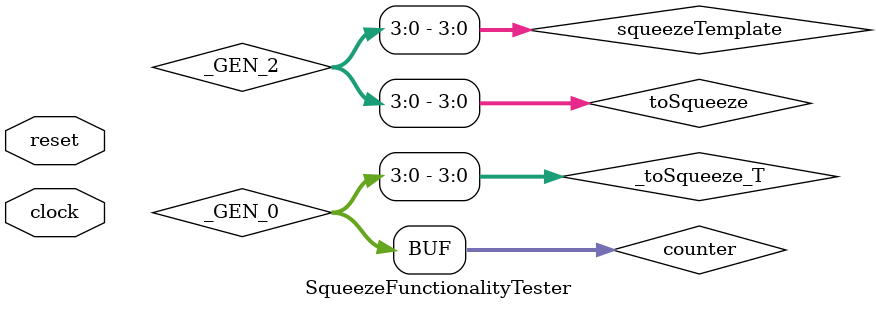
<source format=v>
module SqueezeFunctionalityTester(
  input   clock,
  input   reset
);
`ifdef RANDOMIZE_REG_INIT
  reg [31:0] _RAND_0;
`endif // RANDOMIZE_REG_INIT
  reg [9:0] counter; // @[IntervalSpec.scala 230:24]
  wire [9:0] _counter_T_1 = counter + 10'h1; // @[IntervalSpec.scala 231:22]
  wire  _T = counter > 10'ha; // @[IntervalSpec.scala 232:16]
  wire  _T_2 = ~reset; // @[IntervalSpec.scala 233:9]
  wire [9:0] _GEN_0 = counter; // @[IntervalSpec.scala 243:{37,37}]
  wire [3:0] _toSqueeze_T = _GEN_0[3:0]; // @[IntervalSpec.scala 243:{37,37}]
  wire [4:0] _GEN_2 = $signed(_toSqueeze_T) - 4'sh6; // @[IntervalSpec.scala 243:{45,45}]
  wire [3:0] toSqueeze = _GEN_2[3:0]; // @[IntervalSpec.scala 243:{45,45}]
  wire [3:0] squeezeTemplate = _GEN_2[3:0]; // @[IntervalSpec.scala 245:{39,39}]
  always @(posedge clock) begin
    if (reset) begin // @[IntervalSpec.scala 230:24]
      counter <= 10'h0; // @[IntervalSpec.scala 230:24]
    end else begin
      counter <= _counter_T_1; // @[IntervalSpec.scala 231:11]
    end
    `ifndef SYNTHESIS
    `ifdef STOP_COND
      if (`STOP_COND) begin
    `endif
        if (_T & ~reset) begin
          $finish; // @[IntervalSpec.scala 233:9]
        end
    `ifdef STOP_COND
      end
    `endif
    `endif // SYNTHESIS
    `ifndef SYNTHESIS
    `ifdef PRINTF_COND
      if (`PRINTF_COND) begin
    `endif
        if (_T_2) begin
          $fwrite(32'h80000002,"SqueezeTest %d    %d.squeeze(range\"[-2,5].0\") => %d\n",counter,toSqueeze,
            squeezeTemplate); // @[IntervalSpec.scala 247:9]
        end
    `ifdef PRINTF_COND
      end
    `endif
    `endif // SYNTHESIS
  end
// Register and memory initialization
`ifdef RANDOMIZE_GARBAGE_ASSIGN
`define RANDOMIZE
`endif
`ifdef RANDOMIZE_INVALID_ASSIGN
`define RANDOMIZE
`endif
`ifdef RANDOMIZE_REG_INIT
`define RANDOMIZE
`endif
`ifdef RANDOMIZE_MEM_INIT
`define RANDOMIZE
`endif
`ifndef RANDOM
`define RANDOM $random
`endif
`ifdef RANDOMIZE_MEM_INIT
  integer initvar;
`endif
`ifndef SYNTHESIS
`ifdef FIRRTL_BEFORE_INITIAL
`FIRRTL_BEFORE_INITIAL
`endif
initial begin
  `ifdef RANDOMIZE
    `ifdef INIT_RANDOM
      `INIT_RANDOM
    `endif
    `ifndef VERILATOR
      `ifdef RANDOMIZE_DELAY
        #`RANDOMIZE_DELAY begin end
      `else
        #0.002 begin end
      `endif
    `endif
`ifdef RANDOMIZE_REG_INIT
  _RAND_0 = {1{`RANDOM}};
  counter = _RAND_0[9:0];
`endif // RANDOMIZE_REG_INIT
  `endif // RANDOMIZE
end // initial
`ifdef FIRRTL_AFTER_INITIAL
`FIRRTL_AFTER_INITIAL
`endif
`endif // SYNTHESIS
endmodule

</source>
